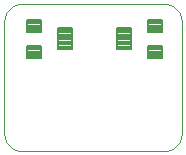
<source format=gtp>
G75*
%MOIN*%
%OFA0B0*%
%FSLAX24Y24*%
%IPPOS*%
%LPD*%
%AMOC8*
5,1,8,0,0,1.08239X$1,22.5*
%
%ADD10C,0.0000*%
%ADD11C,0.0083*%
%ADD12C,0.0071*%
D10*
X000679Y000733D02*
X000679Y004473D01*
X000678Y004473D02*
X000680Y004519D01*
X000685Y004565D01*
X000694Y004611D01*
X000707Y004656D01*
X000723Y004699D01*
X000742Y004741D01*
X000765Y004782D01*
X000791Y004820D01*
X000820Y004857D01*
X000851Y004891D01*
X000885Y004922D01*
X000922Y004951D01*
X000960Y004977D01*
X001001Y005000D01*
X001043Y005019D01*
X001086Y005035D01*
X001131Y005048D01*
X001177Y005057D01*
X001223Y005062D01*
X001269Y005064D01*
X005994Y005064D01*
X006040Y005062D01*
X006086Y005057D01*
X006132Y005048D01*
X006177Y005035D01*
X006220Y005019D01*
X006262Y005000D01*
X006303Y004977D01*
X006341Y004951D01*
X006378Y004922D01*
X006412Y004891D01*
X006443Y004857D01*
X006472Y004820D01*
X006498Y004782D01*
X006521Y004741D01*
X006540Y004699D01*
X006556Y004656D01*
X006569Y004611D01*
X006578Y004565D01*
X006583Y004519D01*
X006585Y004473D01*
X006584Y004473D02*
X006584Y000733D01*
X006585Y000733D02*
X006583Y000687D01*
X006578Y000641D01*
X006569Y000595D01*
X006556Y000550D01*
X006540Y000507D01*
X006521Y000465D01*
X006498Y000424D01*
X006472Y000386D01*
X006443Y000349D01*
X006412Y000315D01*
X006378Y000284D01*
X006341Y000255D01*
X006303Y000229D01*
X006262Y000206D01*
X006220Y000187D01*
X006177Y000171D01*
X006132Y000158D01*
X006086Y000149D01*
X006040Y000144D01*
X005994Y000142D01*
X005994Y000143D02*
X001269Y000143D01*
X001269Y000142D02*
X001223Y000144D01*
X001177Y000149D01*
X001131Y000158D01*
X001086Y000171D01*
X001043Y000187D01*
X001001Y000206D01*
X000960Y000229D01*
X000922Y000255D01*
X000885Y000284D01*
X000851Y000315D01*
X000820Y000349D01*
X000791Y000386D01*
X000765Y000424D01*
X000742Y000465D01*
X000723Y000507D01*
X000707Y000550D01*
X000694Y000595D01*
X000685Y000641D01*
X000680Y000687D01*
X000678Y000733D01*
D11*
X002457Y003541D02*
X002457Y004245D01*
X002925Y004245D01*
X002925Y003541D01*
X002457Y003541D01*
X002457Y003623D02*
X002925Y003623D01*
X002925Y003705D02*
X002457Y003705D01*
X002457Y003787D02*
X002925Y003787D01*
X002925Y003869D02*
X002457Y003869D01*
X002457Y003951D02*
X002925Y003951D01*
X002925Y004033D02*
X002457Y004033D01*
X002457Y004115D02*
X002925Y004115D01*
X002925Y004197D02*
X002457Y004197D01*
X004901Y004245D02*
X004901Y003541D01*
X004433Y003541D01*
X004433Y004245D01*
X004901Y004245D01*
X004901Y003623D02*
X004433Y003623D01*
X004433Y003705D02*
X004901Y003705D01*
X004901Y003787D02*
X004433Y003787D01*
X004433Y003869D02*
X004901Y003869D01*
X004901Y003951D02*
X004433Y003951D01*
X004433Y004033D02*
X004901Y004033D01*
X004901Y004115D02*
X004433Y004115D01*
X004433Y004197D02*
X004901Y004197D01*
D12*
X005931Y004125D02*
X005931Y004527D01*
X005931Y004125D02*
X005451Y004125D01*
X005451Y004527D01*
X005931Y004527D01*
X005931Y004195D02*
X005451Y004195D01*
X005451Y004265D02*
X005931Y004265D01*
X005931Y004335D02*
X005451Y004335D01*
X005451Y004405D02*
X005931Y004405D01*
X005931Y004475D02*
X005451Y004475D01*
X005931Y003660D02*
X005931Y003258D01*
X005451Y003258D01*
X005451Y003660D01*
X005931Y003660D01*
X005931Y003328D02*
X005451Y003328D01*
X005451Y003398D02*
X005931Y003398D01*
X005931Y003468D02*
X005451Y003468D01*
X005451Y003538D02*
X005931Y003538D01*
X005931Y003608D02*
X005451Y003608D01*
X001427Y003660D02*
X001427Y003258D01*
X001427Y003660D02*
X001907Y003660D01*
X001907Y003258D01*
X001427Y003258D01*
X001427Y003328D02*
X001907Y003328D01*
X001907Y003398D02*
X001427Y003398D01*
X001427Y003468D02*
X001907Y003468D01*
X001907Y003538D02*
X001427Y003538D01*
X001427Y003608D02*
X001907Y003608D01*
X001427Y004125D02*
X001427Y004527D01*
X001907Y004527D01*
X001907Y004125D01*
X001427Y004125D01*
X001427Y004195D02*
X001907Y004195D01*
X001907Y004265D02*
X001427Y004265D01*
X001427Y004335D02*
X001907Y004335D01*
X001907Y004405D02*
X001427Y004405D01*
X001427Y004475D02*
X001907Y004475D01*
M02*

</source>
